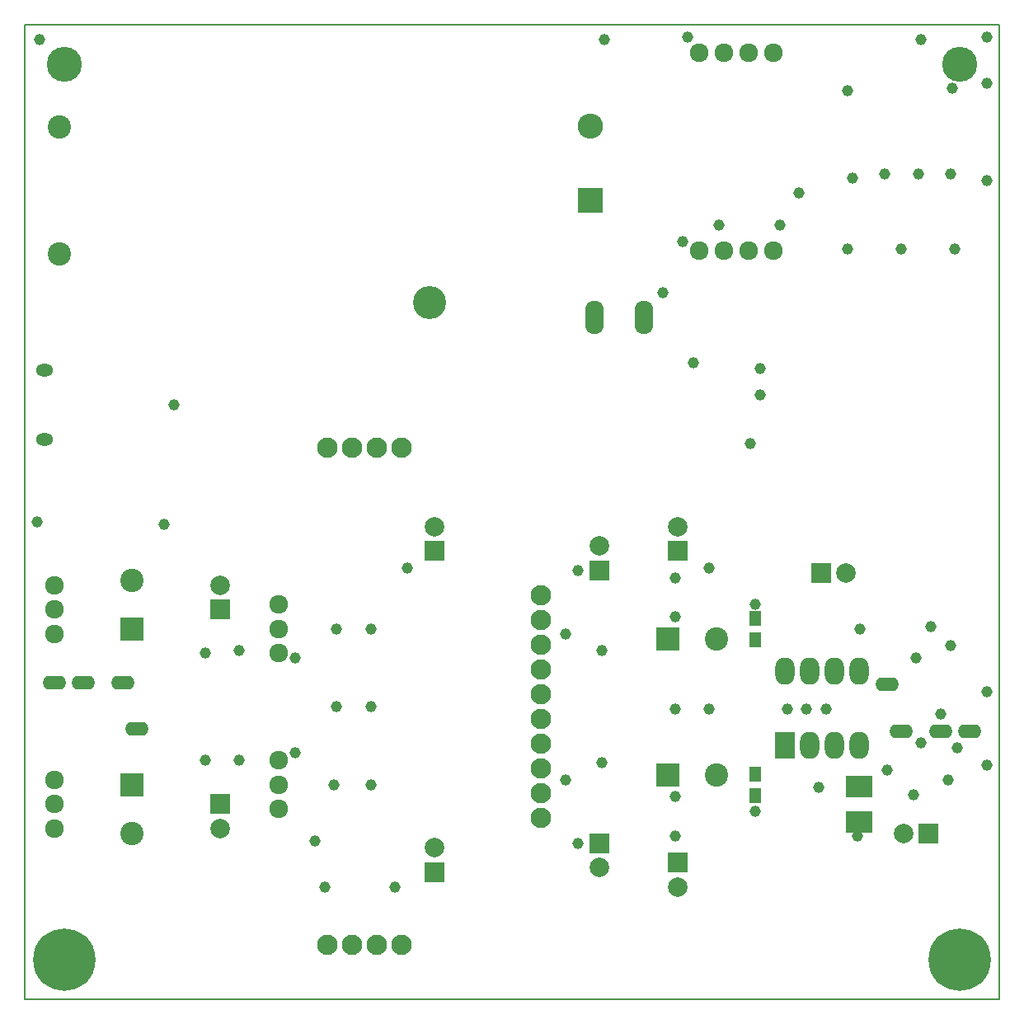
<source format=gbr>
%TF.GenerationSoftware,KiCad,Pcbnew,4.0.7*%
%TF.CreationDate,2021-06-18T00:58:30+09:00*%
%TF.ProjectId,NuTube_MUSES_AMP_PCB_v2,4E75547562655F4D555345535F414D50,rev?*%
%TF.FileFunction,Soldermask,Bot*%
%FSLAX46Y46*%
G04 Gerber Fmt 4.6, Leading zero omitted, Abs format (unit mm)*
G04 Created by KiCad (PCBNEW 4.0.7) date 06/18/21 00:58:30*
%MOMM*%
%LPD*%
G01*
G04 APERTURE LIST*
%ADD10C,0.100000*%
%ADD11C,0.150000*%
%ADD12C,1.162000*%
%ADD13C,3.600000*%
%ADD14C,6.400000*%
%ADD15R,2.000000X2.000000*%
%ADD16C,2.000000*%
%ADD17R,2.400000X2.400000*%
%ADD18C,2.400000*%
%ADD19R,2.700000X2.200000*%
%ADD20R,2.600000X2.600000*%
%ADD21O,2.600000X2.600000*%
%ADD22C,3.400000*%
%ADD23O,1.800000X1.300000*%
%ADD24O,2.400000X1.400000*%
%ADD25R,1.300000X1.600000*%
%ADD26C,1.924000*%
%ADD27O,1.924000X3.448000*%
%ADD28R,2.000000X2.800000*%
%ADD29O,2.000000X2.800000*%
%ADD30C,2.100000*%
G04 APERTURE END LIST*
D10*
D11*
X142000000Y-130000000D02*
X42000000Y-130000000D01*
X142000000Y-30000000D02*
X142000000Y-130000000D01*
X142000000Y-30000000D02*
X42000000Y-30000000D01*
X42000000Y-30000000D02*
X142000000Y-30000000D01*
X42000000Y-130000000D02*
X42000000Y-30000000D01*
D12*
X116500000Y-73000000D03*
X133500000Y-95000000D03*
X60500000Y-105500000D03*
X60500000Y-94500000D03*
X72750000Y-118500000D03*
X80000000Y-118500000D03*
X81250000Y-85750000D03*
D13*
X138000000Y-34000000D03*
X46000000Y-34000000D03*
D14*
X138000000Y-126000000D03*
D12*
X73750000Y-108000000D03*
X98750000Y-114000000D03*
X98750000Y-86000000D03*
X69750000Y-104750000D03*
X69750000Y-95000000D03*
X74000000Y-92000000D03*
X77500000Y-92000000D03*
X77500000Y-108000000D03*
X64000000Y-105500000D03*
X64000000Y-94250000D03*
D14*
X46000000Y-126000000D03*
D12*
X71750000Y-113750000D03*
X77500000Y-100000000D03*
X74000000Y-100000000D03*
X108750000Y-100250000D03*
X112250000Y-100250000D03*
X112250000Y-85750000D03*
X108750000Y-86750000D03*
X108750000Y-90750000D03*
X108750000Y-113250000D03*
X108750000Y-109250000D03*
X101250000Y-105750000D03*
X97500000Y-107500000D03*
X97500000Y-92500000D03*
X101250000Y-94250000D03*
X117000000Y-89500000D03*
X117000000Y-110750000D03*
X124250000Y-100250000D03*
X122250000Y-100250000D03*
X120250000Y-100250000D03*
X127750000Y-92000000D03*
X123500000Y-108250000D03*
X127500000Y-113250000D03*
X140750000Y-106000000D03*
X136750000Y-107500000D03*
X133250000Y-109000000D03*
X130500000Y-106500000D03*
X134000000Y-103750000D03*
X136000000Y-100750000D03*
X137750000Y-104250000D03*
X135000000Y-91750000D03*
X137000000Y-93750000D03*
X140750000Y-98500000D03*
X137500000Y-53000000D03*
X126500000Y-53000000D03*
X132000000Y-53000000D03*
X127000000Y-45750000D03*
X130250000Y-45250000D03*
X133750000Y-45250000D03*
X137000000Y-45250000D03*
X137250000Y-36500000D03*
X140750000Y-36000000D03*
X140750000Y-31250000D03*
X134000000Y-31500000D03*
X126500000Y-36750000D03*
X110000000Y-31250000D03*
X121500000Y-47250000D03*
X109500000Y-52250000D03*
X113250000Y-50500000D03*
X43250000Y-81000000D03*
X56250000Y-81250000D03*
X57250000Y-69000000D03*
X117500000Y-68000000D03*
X117500000Y-65250000D03*
X110600000Y-64700000D03*
X107500000Y-57500000D03*
X101500000Y-31500000D03*
X140750000Y-46000000D03*
X119500000Y-50500000D03*
D15*
X84000000Y-84000000D03*
D16*
X84000000Y-81500000D03*
D15*
X84000000Y-117000000D03*
D16*
X84000000Y-114500000D03*
D17*
X53000000Y-92000000D03*
D18*
X53000000Y-87000000D03*
D15*
X62000000Y-90000000D03*
D16*
X62000000Y-87500000D03*
D17*
X53000000Y-108000000D03*
D18*
X53000000Y-113000000D03*
D15*
X62000000Y-110000000D03*
D16*
X62000000Y-112500000D03*
D15*
X109000000Y-84000000D03*
D16*
X109000000Y-81500000D03*
D15*
X101000000Y-114000000D03*
D16*
X101000000Y-116500000D03*
D15*
X101000000Y-86000000D03*
D16*
X101000000Y-83500000D03*
D15*
X109000000Y-116000000D03*
D16*
X109000000Y-118500000D03*
D17*
X108000000Y-107000000D03*
D18*
X113000000Y-107000000D03*
D17*
X108000000Y-93000000D03*
D18*
X113000000Y-93000000D03*
D15*
X123750000Y-86250000D03*
D16*
X126250000Y-86250000D03*
D15*
X134750000Y-113000000D03*
D16*
X132250000Y-113000000D03*
D19*
X127622300Y-111832800D03*
X127622300Y-108232800D03*
D20*
X100000000Y-48000000D03*
D21*
X100000000Y-40380000D03*
D18*
X45500000Y-40500000D03*
X45500000Y-53500000D03*
D22*
X83500000Y-58500000D03*
D23*
X44000000Y-65450000D03*
X44000000Y-72550000D03*
D24*
X45000000Y-97500000D03*
X48000000Y-97500000D03*
X52000000Y-97500000D03*
X53500000Y-102300000D03*
X139000000Y-102500000D03*
X136000000Y-102500000D03*
X132000000Y-102500000D03*
X130500000Y-97700000D03*
D25*
X117000000Y-106900000D03*
X117000000Y-109100000D03*
X117000000Y-93100000D03*
X117000000Y-90900000D03*
D26*
X45000000Y-92500000D03*
X45000000Y-90000000D03*
X45000000Y-87500000D03*
X68000000Y-89500000D03*
X68000000Y-92000000D03*
X68000000Y-94500000D03*
X45000000Y-107500000D03*
X45000000Y-110000000D03*
X45000000Y-112500000D03*
X68000000Y-110500000D03*
X68000000Y-108000000D03*
X68000000Y-105500000D03*
D27*
X105540000Y-60000000D03*
X100460000Y-60000000D03*
D26*
X111190000Y-53160000D03*
X113730000Y-53160000D03*
X116270000Y-53160000D03*
X118810000Y-53160000D03*
X111190000Y-32840000D03*
X113730000Y-32840000D03*
X116270000Y-32840000D03*
X118810000Y-32840000D03*
D28*
X120000000Y-104000000D03*
D29*
X127620000Y-96380000D03*
X122540000Y-104000000D03*
X125080000Y-96380000D03*
X125080000Y-104000000D03*
X122540000Y-96380000D03*
X127620000Y-104000000D03*
X120000000Y-96380000D03*
D30*
X95000000Y-111430000D03*
X95000000Y-108890000D03*
X95000000Y-106350000D03*
X95000000Y-103810000D03*
X95000000Y-101270000D03*
X95000000Y-98730000D03*
X95000000Y-96190000D03*
X95000000Y-93650000D03*
X95000000Y-91110000D03*
X95000000Y-88570000D03*
X73000000Y-124430000D03*
X75540000Y-124430000D03*
X78080000Y-124430000D03*
X80620000Y-124430000D03*
X80620000Y-73430000D03*
X78080000Y-73430000D03*
X75540000Y-73430000D03*
X73000000Y-73430000D03*
D12*
X43500000Y-31500000D03*
M02*

</source>
